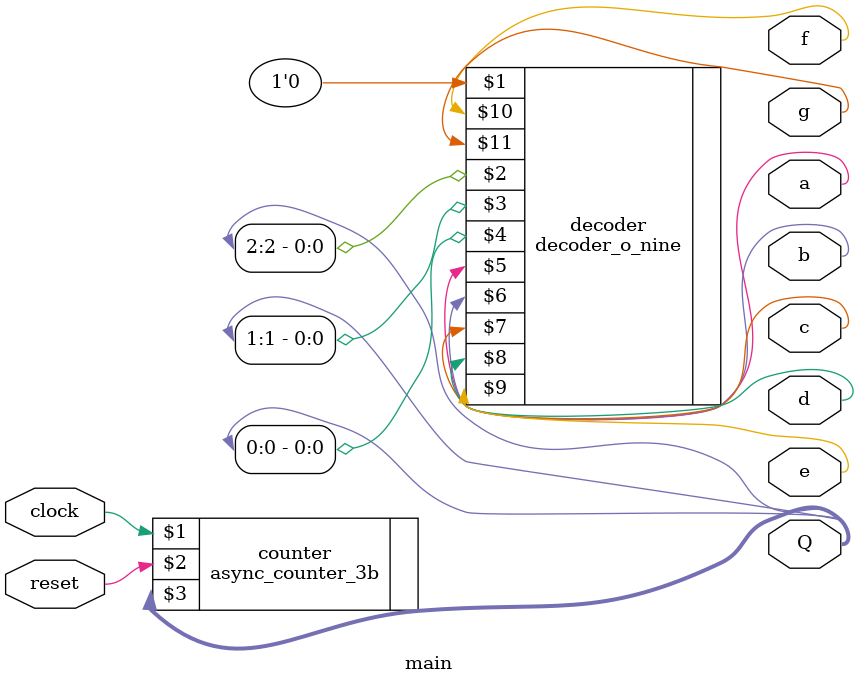
<source format=v>
module main(
	input wire clock, reset,
	output wire [2:0] Q,
	output wire a, b, c, d, e, f, g
);




	async_counter_3b counter(clock, reset, Q);
	decoder_o_nine decoder(1'b0, Q[2], Q[1], Q[0], a, b, c, d, e, f, g);

endmodule
</source>
